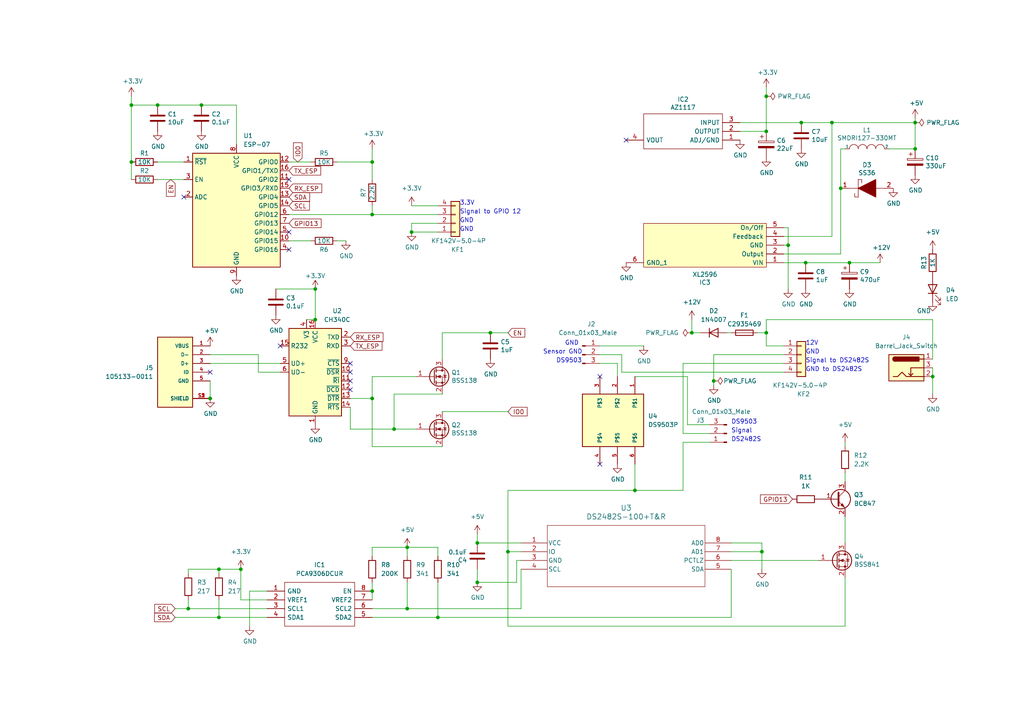
<source format=kicad_sch>
(kicad_sch (version 20230121) (generator eeschema)
  (paper "A4")
  (title_block (title "Temperature Monitor 13") (date "2023-09-21"))
  (lib_symbols
    (symbol "Connector:Barrel_Jack_Switch" (pin_names hide)
      (property "Reference" "J" (at 0 5.334 0))
      (property "Value" "Barrel_Jack_Switch" (at 0 -5.08 0))
      (symbol "Barrel_Jack_Switch_0_1"
        (rectangle (start -5.08 3.81) (end 5.08 -3.81) (stroke (width 0.254)) (fill (type background)))
        (arc (start -3.302 3.175) (mid -3.9343 2.54) (end -3.302 1.905) (stroke (width 0.254)))
        (arc (start -3.302 3.175) (mid -3.9343 2.54) (end -3.302 1.905) (stroke (width 0.254)) (fill (type outline)))
        (polyline (pts (xy 1.27 -2.286) (xy 1.905 -1.651)) (stroke (width 0.254)))
        (polyline (pts (xy 5.08 2.54) (xy 3.81 2.54)) (stroke (width 0.254)))
        (polyline (pts (xy 5.08 0) (xy 1.27 0) (xy 1.27 -2.286) (xy 0.635 -1.651)) (stroke (width 0.254)))
        (polyline (pts (xy -3.81 -2.54) (xy -2.54 -2.54) (xy -1.27 -1.27) (xy 0 -2.54) (xy 2.54 -2.54) (xy 5.08 -2.54)) (stroke (width 0.254)))
        (rectangle (start 3.683 3.175) (end -3.302 1.905) (stroke (width 0.254)) (fill (type outline)))
      )
      (symbol "Barrel_Jack_Switch_1_1"
        (pin passive line (at 7.62 2.54 180) (length 2.54) (name "~") (number "1"))
        (pin passive line (at 7.62 -2.54 180) (length 2.54) (name "~") (number "2"))
        (pin passive line (at 7.62 0 180) (length 2.54) (name "~") (number "3"))
      )
    )
    (symbol "Connector:Conn_01x03_Pin" (pin_names (offset 1.016) hide)
      (property "Reference" "J" (at 0 5.08 0))
      (property "Value" "Conn_01x03_Pin" (at 0 -5.08 0))
      (symbol "Conn_01x03_Pin_1_1"
        (polyline (pts (xy 1.27 -2.54) (xy 0.8636 -2.54)) (stroke (width 0.1524)))
        (polyline (pts (xy 1.27 0) (xy 0.8636 0)) (stroke (width 0.1524)))
        (polyline (pts (xy 1.27 2.54) (xy 0.8636 2.54)) (stroke (width 0.1524)))
        (rectangle (start 0.8636 -2.413) (end 0 -2.667) (stroke (width 0.1524)) (fill (type outline)))
        (rectangle (start 0.8636 0.127) (end 0 -0.127) (stroke (width 0.1524)) (fill (type outline)))
        (rectangle (start 0.8636 2.667) (end 0 2.413) (stroke (width 0.1524)) (fill (type outline)))
        (pin passive line (at 5.08 2.54 180) (length 3.81) (name "Pin_1") (number "1"))
        (pin passive line (at 5.08 0 180) (length 3.81) (name "Pin_2") (number "2"))
        (pin passive line (at 5.08 -2.54 180) (length 3.81) (name "Pin_3") (number "3"))
      )
    )
    (symbol "Connector_Generic:Conn_01x04" (pin_names (offset 1.016) hide)
      (property "Reference" "J" (at 0 5.08 0))
      (property "Value" "Conn_01x04" (at 0 -7.62 0))
      (symbol "Conn_01x04_1_1"
        (rectangle (start -1.27 -4.953) (end 0 -5.207) (stroke (width 0.1524)))
        (rectangle (start -1.27 -2.413) (end 0 -2.667) (stroke (width 0.1524)))
        (rectangle (start -1.27 0.127) (end 0 -0.127) (stroke (width 0.1524)))
        (rectangle (start -1.27 2.667) (end 0 2.413) (stroke (width 0.1524)))
        (rectangle (start -1.27 3.81) (end 1.27 -6.35) (stroke (width 0.254)) (fill (type background)))
        (pin passive line (at -5.08 2.54 0) (length 3.81) (name "Pin_1") (number "1"))
        (pin passive line (at -5.08 0 0) (length 3.81) (name "Pin_2") (number "2"))
        (pin passive line (at -5.08 -2.54 0) (length 3.81) (name "Pin_3") (number "3"))
        (pin passive line (at -5.08 -5.08 0) (length 3.81) (name "Pin_4") (number "4"))
      )
    )
    (symbol "Device:C" (pin_numbers hide) (pin_names (offset 0.254))
      (property "Reference" "C" (at 0.635 2.54 0))
      (property "Value" "C" (at 0.635 -2.54 0))
      (symbol "C_0_1"
        (polyline (pts (xy -2.032 -0.762) (xy 2.032 -0.762)) (stroke (width 0.508)))
        (polyline (pts (xy -2.032 0.762) (xy 2.032 0.762)) (stroke (width 0.508)))
      )
      (symbol "C_1_1"
        (pin passive line (at 0 3.81 270) (length 2.794) (name "~") (number "1"))
        (pin passive line (at 0 -3.81 90) (length 2.794) (name "~") (number "2"))
      )
    )
    (symbol "Device:C_Polarized" (pin_numbers hide) (pin_names (offset 0.254))
      (property "Reference" "C" (at 0.635 2.54 0))
      (property "Value" "C_Polarized" (at 0.635 -2.54 0))
      (symbol "C_Polarized_0_1"
        (rectangle (start -2.286 0.508) (end 2.286 1.016))
        (polyline (pts (xy -1.778 2.286) (xy -0.762 2.286)))
        (polyline (pts (xy -1.27 2.794) (xy -1.27 1.778)))
        (rectangle (start 2.286 -0.508) (end -2.286 -1.016) (fill (type outline)))
      )
      (symbol "C_Polarized_1_1"
        (pin passive line (at 0 3.81 270) (length 2.794) (name "~") (number "1"))
        (pin passive line (at 0 -3.81 90) (length 2.794) (name "~") (number "2"))
      )
    )
    (symbol "Device:D" (pin_numbers hide) (pin_names (offset 1.016) hide)
      (property "Reference" "D" (at 0 2.54 0))
      (property "Value" "D" (at 0 -2.54 0))
      (symbol "D_0_1"
        (polyline (pts (xy -1.27 1.27) (xy -1.27 -1.27)) (stroke (width 0.254)))
        (polyline (pts (xy 1.27 0) (xy -1.27 0)))
        (polyline (pts (xy 1.27 1.27) (xy 1.27 -1.27) (xy -1.27 0) (xy 1.27 1.27)) (stroke (width 0.254)))
      )
      (symbol "D_1_1"
        (pin passive line (at -3.81 0 0) (length 2.54) (name "K") (number "1"))
        (pin passive line (at 3.81 0 180) (length 2.54) (name "A") (number "2"))
      )
    )
    (symbol "Device:Fuse" (pin_numbers hide) (pin_names (offset 0))
      (property "Reference" "F" (at 2.032 0 90))
      (property "Value" "Fuse" (at -1.905 0 90))
      (symbol "Fuse_0_1"
        (rectangle (start -0.762 -2.54) (end 0.762 2.54) (stroke (width 0.254)))
        (polyline (pts (xy 0 2.54) (xy 0 -2.54)))
      )
      (symbol "Fuse_1_1"
        (pin passive line (at 0 3.81 270) (length 1.27) (name "~") (number "1"))
        (pin passive line (at 0 -3.81 90) (length 1.27) (name "~") (number "2"))
      )
    )
    (symbol "Device:LED" (pin_numbers hide) (pin_names (offset 1.016) hide)
      (property "Reference" "D" (at 0 2.54 0))
      (property "Value" "LED" (at 0 -2.54 0))
      (symbol "LED_0_1"
        (polyline (pts (xy -1.27 -1.27) (xy -1.27 1.27)) (stroke (width 0.254)))
        (polyline (pts (xy -1.27 0) (xy 1.27 0)))
        (polyline (pts (xy 1.27 -1.27) (xy 1.27 1.27) (xy -1.27 0) (xy 1.27 -1.27)) (stroke (width 0.254)))
        (polyline (pts (xy -3.048 -0.762) (xy -4.572 -2.286) (xy -3.81 -2.286) (xy -4.572 -2.286) (xy -4.572 -1.524)))
        (polyline (pts (xy -1.778 -0.762) (xy -3.302 -2.286) (xy -2.54 -2.286) (xy -3.302 -2.286) (xy -3.302 -1.524)))
      )
      (symbol "LED_1_1"
        (pin passive line (at -3.81 0 0) (length 2.54) (name "K") (number "1"))
        (pin passive line (at 3.81 0 180) (length 2.54) (name "A") (number "2"))
      )
    )
    (symbol "Device:R" (pin_numbers hide) (pin_names (offset 0))
      (property "Reference" "R" (at 2.032 0 90))
      (property "Value" "R" (at 0 0 90))
      (symbol "R_0_1"
        (rectangle (start -1.016 -2.54) (end 1.016 2.54) (stroke (width 0.254)))
      )
      (symbol "R_1_1"
        (pin passive line (at 0 3.81 270) (length 1.27) (name "~") (number "1"))
        (pin passive line (at 0 -3.81 90) (length 1.27) (name "~") (number "2"))
      )
    )
    (symbol "Interface_USB:CH340C"
      (property "Reference" "U" (at -5.08 13.97 0))
      (property "Value" "CH340C" (at 1.27 13.97 0))
      (symbol "CH340C_0_1"
        (rectangle (start -7.62 12.7) (end 7.62 -12.7) (stroke (width 0.254)) (fill (type background)))
      )
      (symbol "CH340C_1_1"
        (pin power_in line (at 0 -15.24 90) (length 2.54) (name "GND") (number "1"))
        (pin input line (at 10.16 0 180) (length 2.54) (name "~{DSR}") (number "10"))
        (pin input line (at 10.16 -2.54 180) (length 2.54) (name "~{RI}") (number "11"))
        (pin input line (at 10.16 -5.08 180) (length 2.54) (name "~{DCD}") (number "12"))
        (pin output line (at 10.16 -7.62 180) (length 2.54) (name "~{DTR}") (number "13"))
        (pin output line (at 10.16 -10.16 180) (length 2.54) (name "~{RTS}") (number "14"))
        (pin input line (at -10.16 7.62 0) (length 2.54) (name "R232") (number "15"))
        (pin power_in line (at 0 15.24 270) (length 2.54) (name "VCC") (number "16"))
        (pin output line (at 10.16 10.16 180) (length 2.54) (name "TXD") (number "2"))
        (pin input line (at 10.16 7.62 180) (length 2.54) (name "RXD") (number "3"))
        (pin passive line (at -2.54 15.24 270) (length 2.54) (name "V3") (number "4"))
        (pin bidirectional line (at -10.16 2.54 0) (length 2.54) (name "UD+") (number "5"))
        (pin bidirectional line (at -10.16 0 0) (length 2.54) (name "UD-") (number "6"))
        (pin no_connect line (at -7.62 -7.62 0) (length 2.54) hide (name "NC") (number "7"))
        (pin no_connect line (at -7.62 -10.16 0) (length 2.54) hide (name "NC") (number "8"))
        (pin input line (at 10.16 2.54 180) (length 2.54) (name "~{CTS}") (number "9"))
      )
    )
    (symbol "MyLib:105133-0011" (pin_names (offset 1.016))
      (property "Reference" "J" (at -5.08 10.6934 0))
      (property "Value" "105133-0011" (at -5.1054 -12.7254 0))
      (symbol "105133-0011_0_0"
        (rectangle (start -5.08 -10.16) (end 5.08 10.16) (stroke (width 0.254)) (fill (type background)))
        (pin passive line (at -10.16 7.62 0) (length 5.08) (name "VBUS") (number "1"))
        (pin passive line (at -10.16 5.08 0) (length 5.08) (name "D-") (number "2"))
        (pin passive line (at -10.16 2.54 0) (length 5.08) (name "D+") (number "3"))
        (pin passive line (at -10.16 0 0) (length 5.08) (name "ID") (number "4"))
        (pin passive line (at -10.16 -2.54 0) (length 5.08) (name "GND") (number "5"))
        (pin passive line (at -10.16 -7.62 0) (length 5.08) (name "SHIELD") (number "S1"))
        (pin passive line (at -10.16 -7.62 0) (length 5.08) (name "SHIELD") (number "S2"))
        (pin passive line (at -10.16 -7.62 0) (length 5.08) (name "SHIELD") (number "S3"))
      )
    )
    (symbol "MyLib:AZ1117CH-3.3TRG1" (pin_names (offset 0.762))
      (property "Reference" "IC" (at 29.21 7.62 0))
      (property "Value" "AZ1117CH-3.3TRG1" (at 29.21 5.08 0))
      (symbol "AZ1117CH-3.3TRG1_0_0"
        (pin passive line (at 0 0 0) (length 5.08) (name "ADJ/GND") (number "1"))
        (pin passive line (at 0 -2.54 0) (length 5.08) (name "OUTPUT") (number "2"))
        (pin passive line (at 0 -5.08 0) (length 5.08) (name "INPUT") (number "3"))
        (pin passive line (at 33.02 0 180) (length 5.08) (name "VOUT") (number "4"))
      )
      (symbol "AZ1117CH-3.3TRG1_0_1"
        (polyline (pts (xy 5.08 2.54) (xy 27.94 2.54) (xy 27.94 -7.62) (xy 5.08 -7.62) (xy 5.08 2.54)) (stroke (width 0.1524)))
      )
    )
    (symbol "MyLib:DS2482S-100+T&R" (pin_names (offset 0.254))
      (property "Reference" "U" (at 30.48 10.16 0))
      (property "Value" "DS2482S-100+T&R" (at 30.48 7.62 0))
      (symbol "DS2482S-100+T&R_0_1"
        (polyline (pts (xy 7.62 -12.7) (xy 53.34 -12.7)) (stroke (width 0.127)))
        (polyline (pts (xy 7.62 5.08) (xy 7.62 -12.7)) (stroke (width 0.127)))
        (polyline (pts (xy 53.34 -12.7) (xy 53.34 5.08)) (stroke (width 0.127)))
        (polyline (pts (xy 53.34 5.08) (xy 7.62 5.08)) (stroke (width 0.127)))
        (pin power_in line (at 0 0 0) (length 7.62) (name "VCC") (number "1"))
        (pin passive line (at 0 -2.54 0) (length 7.62) (name "IO") (number "2"))
        (pin passive line (at 0 -5.08 0) (length 7.62) (name "GND") (number "3"))
        (pin input line (at 0 -7.62 0) (length 7.62) (name "SCL") (number "4"))
        (pin passive line (at 60.96 -7.62 180) (length 7.62) (name "SDA") (number "5"))
        (pin output line (at 60.96 -5.08 180) (length 7.62) (name "PCTLZ") (number "6"))
        (pin input line (at 60.96 -2.54 180) (length 7.62) (name "AD1") (number "7"))
        (pin input line (at 60.96 0 180) (length 7.62) (name "AD0") (number "8"))
      )
    )
    (symbol "MyLib:DS9503P" (pin_names (offset 1.016))
      (property "Reference" "U" (at 0 0 0))
      (property "Value" "DS9503P" (at 0 0 0))
      (symbol "DS9503P_0_0"
        (rectangle (start -7.62 -10.16) (end 7.62 7.62) (stroke (width 0.254)) (fill (type background)))
        (pin bidirectional line (at -12.7 5.08 0) (length 5.08) (name "P$1") (number "1"))
        (pin bidirectional line (at -12.7 0 0) (length 5.08) (name "P$2") (number "2"))
        (pin bidirectional line (at -12.7 -5.08 0) (length 5.08) (name "P$3") (number "3"))
        (pin bidirectional line (at 12.7 -5.08 180) (length 5.08) (name "P$4") (number "4"))
        (pin passive line (at 12.7 0 180) (length 5.08) (name "P$5") (number "5"))
        (pin bidirectional line (at 12.7 5.08 180) (length 5.08) (name "P$6") (number "6"))
      )
    )
    (symbol "MyLib:INDUCTOR" (pin_numbers hide) (pin_names (offset 0))
      (property "Reference" "L1" (at 0 5.461 0))
      (property "Value" "SMDRI127-330MT" (at 0 3.1496 0))
      (symbol "INDUCTOR_0_1"
        (arc (start -2.54 0) (mid -3.81 1.2645) (end -5.08 0))
        (arc (start 0 0) (mid -1.27 1.2645) (end -2.54 0))
        (arc (start 2.54 0) (mid 1.27 1.2645) (end 0 0))
        (arc (start 5.08 0) (mid 3.81 1.2645) (end 2.54 0))
      )
      (symbol "INDUCTOR_1_1"
        (pin input line (at -6.35 0 0) (length 1.27) (name "1") (number "1"))
        (pin input line (at 6.35 0 180) (length 1.27) (name "2") (number "2"))
      )
    )
    (symbol "MyLib:PCA9306DCUR" (pin_names (offset 0.762))
      (property "Reference" "IC" (at 26.67 7.62 0))
      (property "Value" "PCA9306DCUR" (at 26.67 5.08 0))
      (symbol "PCA9306DCUR_0_0"
        (pin passive line (at 0 0 0) (length 5.08) (name "GND") (number "1"))
        (pin passive line (at 0 -2.54 0) (length 5.08) (name "VREF1") (number "2"))
        (pin passive line (at 0 -5.08 0) (length 5.08) (name "SCL1") (number "3"))
        (pin passive line (at 0 -7.62 0) (length 5.08) (name "SDA1") (number "4"))
        (pin passive line (at 30.48 -7.62 180) (length 5.08) (name "SDA2") (number "5"))
        (pin passive line (at 30.48 -5.08 180) (length 5.08) (name "SCL2") (number "6"))
        (pin passive line (at 30.48 -2.54 180) (length 5.08) (name "VREF2") (number "7"))
        (pin passive line (at 30.48 0 180) (length 5.08) (name "EN") (number "8"))
      )
      (symbol "PCA9306DCUR_0_1"
        (polyline (pts (xy 5.08 2.54) (xy 25.4 2.54) (xy 25.4 -10.16) (xy 5.08 -10.16) (xy 5.08 2.54)) (stroke (width 0.1524)))
      )
    )
    (symbol "MyLib:SS36" (pin_names (offset 0.762))
      (property "Reference" "D3" (at 10.16 6.7818 0))
      (property "Value" "SS36" (at 10.16 4.4704 0))
      (symbol "SS36_0_0"
        (pin passive line (at 2.54 0 0) (length 2.54) (name "~") (number "1"))
        (pin passive line (at 17.78 0 180) (length 2.54) (name "~") (number "2"))
      )
      (symbol "SS36_0_1"
        (polyline (pts (xy 5.08 0) (xy 7.62 0)) (stroke (width 0.1524)))
        (polyline (pts (xy 7.62 2.54) (xy 7.62 -2.54)) (stroke (width 0.1524)))
        (polyline (pts (xy 12.7 0) (xy 15.24 0)) (stroke (width 0.1524)))
        (polyline (pts (xy 7.62 -2.54) (xy 6.604 -2.54) (xy 6.604 -1.524)) (stroke (width 0.1524)))
        (polyline (pts (xy 7.62 2.54) (xy 8.636 2.54) (xy 8.636 1.524)) (stroke (width 0.1524)))
        (polyline (pts (xy 7.62 0) (xy 12.7 2.54) (xy 12.7 -2.54) (xy 7.62 0)) (stroke (width 0.254)) (fill (type outline)))
      )
    )
    (symbol "MyLib:XL2596" (pin_names (offset 0.762))
      (property "Reference" "IC3" (at 22.86 5.715 0))
      (property "Value" "XL2596" (at 22.86 3.4036 0))
      (symbol "XL2596_0_0"
        (pin input line (at 0 0 0) (length 5.08) (name "VIN") (number "1"))
        (pin output line (at 0 -2.54 0) (length 5.08) (name "Output") (number "2"))
        (pin input line (at 0 -5.08 0) (length 5.08) (name "GND") (number "3"))
        (pin input line (at 0 -7.62 0) (length 5.08) (name "Feedback") (number "4"))
        (pin passive line (at 0 -10.16 0) (length 5.08) (name "On/Off") (number "5"))
        (pin input line (at 45.72 0 180) (length 5.08) (name "GND_1") (number "6"))
      )
      (symbol "XL2596_0_1"
        (rectangle (start 5.08 1.27) (end 40.64 -11.43) (fill (type background)))
      )
    )
    (symbol "RF_Module:ESP-07"
      (property "Reference" "U" (at -12.7 19.05 0))
      (property "Value" "ESP-07" (at 12.7 19.05 0))
      (symbol "ESP-07_0_1"
        (rectangle (start -12.7 17.78) (end 12.7 -15.24) (stroke (width 0.254)) (fill (type background)))
      )
      (symbol "ESP-07_1_1"
        (pin input line (at -15.24 15.24 0) (length 2.54) (name "~{RST}") (number "1"))
        (pin bidirectional line (at 15.24 -7.62 180) (length 2.54) (name "GPIO15") (number "10"))
        (pin bidirectional line (at 15.24 10.16 180) (length 2.54) (name "GPIO2") (number "11"))
        (pin bidirectional line (at 15.24 15.24 180) (length 2.54) (name "GPIO0") (number "12"))
        (pin bidirectional line (at 15.24 5.08 180) (length 2.54) (name "GPIO4") (number "13"))
        (pin bidirectional line (at 15.24 2.54 180) (length 2.54) (name "GPIO5") (number "14"))
        (pin bidirectional line (at 15.24 7.62 180) (length 2.54) (name "GPIO3/RXD") (number "15"))
        (pin bidirectional line (at 15.24 12.7 180) (length 2.54) (name "GPIO1/TXD") (number "16"))
        (pin input line (at -15.24 5.08 0) (length 2.54) (name "ADC") (number "2"))
        (pin input line (at -15.24 10.16 0) (length 2.54) (name "EN") (number "3"))
        (pin bidirectional line (at 15.24 -10.16 180) (length 2.54) (name "GPIO16") (number "4"))
        (pin bidirectional line (at 15.24 -5.08 180) (length 2.54) (name "GPIO14") (number "5"))
        (pin bidirectional line (at 15.24 0 180) (length 2.54) (name "GPIO12") (number "6"))
        (pin bidirectional line (at 15.24 -2.54 180) (length 2.54) (name "GPIO13") (number "7"))
        (pin power_in line (at 0 20.32 270) (length 2.54) (name "VCC") (number "8"))
        (pin power_in line (at 0 -17.78 90) (length 2.54) (name "GND") (number "9"))
      )
    )
    (symbol "Transistor_BJT:BC847" (pin_names (offset 0) hide)
      (property "Reference" "Q" (at 5.08 1.905 0))
      (property "Value" "BC847" (at 5.08 0 0))
      (symbol "BC847_0_1"
        (polyline (pts (xy 0.635 0.635) (xy 2.54 2.54)))
        (polyline (pts (xy 0.635 -0.635) (xy 2.54 -2.54) (xy 2.54 -2.54)))
        (polyline (pts (xy 0.635 1.905) (xy 0.635 -1.905) (xy 0.635 -1.905)) (stroke (width 0.508)))
        (polyline (pts (xy 1.27 -1.778) (xy 1.778 -1.27) (xy 2.286 -2.286) (xy 1.27 -1.778) (xy 1.27 -1.778)) (fill (type outline)))
        (circle (center 1.27 0) (radius 2.8194) (stroke (width 0.254)))
      )
      (symbol "BC847_1_1"
        (pin input line (at -5.08 0 0) (length 5.715) (name "B") (number "1"))
        (pin passive line (at 2.54 -5.08 90) (length 2.54) (name "E") (number "2"))
        (pin passive line (at 2.54 5.08 270) (length 2.54) (name "C") (number "3"))
      )
    )
    (symbol "Transistor_FET:BSS138" (pin_names hide)
      (property "Reference" "Q" (at 5.08 1.905 0))
      (property "Value" "BSS138" (at 5.08 0 0))
      (symbol "BSS138_0_1"
        (polyline (pts (xy 0.254 0) (xy -2.54 0)))
        (polyline (pts (xy 0.254 1.905) (xy 0.254 -1.905)) (stroke (width 0.254)))
        (polyline (pts (xy 0.762 -1.27) (xy 0.762 -2.286)) (stroke (width 0.254)))
        (polyline (pts (xy 0.762 0.508) (xy 0.762 -0.508)) (stroke (width 0.254)))
        (polyline (pts (xy 0.762 2.286) (xy 0.762 1.27)) (stroke (width 0.254)))
        (polyline (pts (xy 2.54 2.54) (xy 2.54 1.778)))
        (polyline (pts (xy 2.54 -2.54) (xy 2.54 0) (xy 0.762 0)))
        (polyline (pts (xy 0.762 -1.778) (xy 3.302 -1.778) (xy 3.302 1.778) (xy 0.762 1.778)))
        (polyline (pts (xy 1.016 0) (xy 2.032 0.381) (xy 2.032 -0.381) (xy 1.016 0)) (fill (type outline)))
        (polyline (pts (xy 2.794 0.508) (xy 2.921 0.381) (xy 3.683 0.381) (xy 3.81 0.254)))
        (polyline (pts (xy 3.302 0.381) (xy 2.921 -0.254) (xy 3.683 -0.254) (xy 3.302 0.381)))
        (circle (center 1.651 0) (radius 2.794) (stroke (width 0.254)))
        (circle (center 2.54 -1.778) (radius 0.254) (fill (type outline)))
        (circle (center 2.54 1.778) (radius 0.254) (fill (type outline)))
      )
      (symbol "BSS138_1_1"
        (pin input line (at -5.08 0 0) (length 2.54) (name "G") (number "1"))
        (pin passive line (at 2.54 -5.08 90) (length 2.54) (name "S") (number "2"))
        (pin passive line (at 2.54 5.08 270) (length 2.54) (name "D") (number "3"))
      )
    )
    (symbol "power:+12V" (power) (pin_names (offset 0))
      (property "Value" "+12V" (at 0 3.556 0))
      (symbol "+12V_0_1"
        (polyline (pts (xy -0.762 1.27) (xy 0 2.54)))
        (polyline (pts (xy 0 0) (xy 0 2.54)))
        (polyline (pts (xy 0 2.54) (xy 0.762 1.27)))
      )
      (symbol "+12V_1_1"
        (pin power_in line (at 0 0 90) (length 0) hide (name "+12V") (number "1"))
      )
    )
    (symbol "power:+3.3V" (power) (pin_names (offset 0))
      (property "Value" "+3.3V" (at 0 3.556 0))
      (symbol "+3.3V_0_1"
        (polyline (pts (xy -0.762 1.27) (xy 0 2.54)))
        (polyline (pts (xy 0 0) (xy 0 2.54)))
        (polyline (pts (xy 0 2.54) (xy 0.762 1.27)))
      )
      (symbol "+3.3V_1_1"
        (pin power_in line (at 0 0 90) (length 0) hide (name "+3.3V") (number "1"))
      )
    )
    (symbol "power:+5V" (power) (pin_names (offset 0))
      (property "Value" "+5V" (at 0 3.556 0))
      (symbol "+5V_0_1"
        (polyline (pts (xy -0.762 1.27) (xy 0 2.54)))
        (polyline (pts (xy 0 0) (xy 0 2.54)))
        (polyline (pts (xy 0 2.54) (xy 0.762 1.27)))
      )
      (symbol "+5V_1_1"
        (pin power_in line (at 0 0 90) (length 0) hide (name "+5V") (number "1"))
      )
    )
    (symbol "power:GND" (power) (pin_names (offset 0))
      (property "Value" "GND" (at 0 -3.81 0))
      (symbol "GND_0_1"
        (polyline (pts (xy 0 0) (xy 0 -1.27) (xy 1.27 -1.27) (xy 0 -2.54) (xy -1.27 -1.27) (xy 0 -1.27)))
      )
      (symbol "GND_1_1"
        (pin power_in line (at 0 0 270) (length 0) hide (name "GND") (number "1"))
      )
    )
    (symbol "power:PWR_FLAG" (power) (pin_numbers hide) (pin_names (offset 0) hide)
      (property "Value" "PWR_FLAG" (at 0 3.81 0))
      (symbol "PWR_FLAG_0_0"
        (pin power_out line (at 0 0 90) (length 0) (name "pwr") (number "1"))
      )
      (symbol "PWR_FLAG_0_1"
        (polyline (pts (xy 0 0) (xy 0 1.27) (xy -1.016 1.905) (xy 0 2.54) (xy 1.016 1.905) (xy 0 1.27)))
      )
    )
  )
  (junction (at 233.68 76.2))
  (junction (at 63.5 165.1))
  (junction (at 222.25 27.94))
  (junction (at 69.85 165.1))
  (junction (at 222.25 96.52))
  (junction (at 127 179.07))
  (junction (at 265.43 35.56))
  (junction (at 232.41 35.56))
  (junction (at 142.24 96.52))
  (junction (at 200.66 96.52))
  (junction (at 58.42 30.48))
  (junction (at 243.84 54.61))
  (junction (at 91.44 92.71))
  (junction (at 207.01 110.49))
  (junction (at 54.61 176.53))
  (junction (at 246.38 76.2))
  (junction (at 119.38 67.31))
  (junction (at 107.95 62.23))
  (junction (at 107.95 46.99))
  (junction (at 45.72 30.48))
  (junction (at 228.6 71.12))
  (junction (at 118.11 158.75))
  (junction (at 138.43 157.48))
  (junction (at 63.5 179.07))
  (junction (at 38.1 30.48))
  (junction (at 147.32 160.02))
  (junction (at 220.98 160.02))
  (junction (at 38.1 46.99))
  (junction (at 114.3 124.46))
  (junction (at 184.15 142.24))
  (junction (at 241.3 35.56))
  (junction (at 270.51 109.22))
  (junction (at 265.43 43.18))
  (junction (at 138.43 168.91))
  (junction (at 107.95 115.57))
  (junction (at 60.96 115.57))
  (junction (at 222.25 38.1))
  (junction (at 118.11 176.53))
  (junction (at 91.44 83.82))
  (junction (at 107.95 171.45))
  (no_connect (at 81.28 100.33))
  (no_connect (at 83.82 72.39))
  (no_connect (at 101.6 105.41))
  (no_connect (at 173.99 109.22))
  (no_connect (at 173.99 134.62))
  (no_connect (at 181.61 40.64))
  (no_connect (at 60.96 107.95))
  (no_connect (at 101.6 107.95))
  (no_connect (at 101.6 110.49))
  (no_connect (at 101.6 113.03))
  (no_connect (at 53.34 57.15))
  (no_connect (at 83.82 67.31))
  (no_connect (at 83.82 52.07))
  (wire (pts (xy 107.95 168.91) (xy 107.95 171.45)))
  (wire (pts (xy 180.34 102.87) (xy 173.99 102.87)))
  (wire (pts (xy 63.5 179.07) (xy 77.47 179.07)))
  (wire (pts (xy 184.15 109.22) (xy 199.39 109.22)))
  (wire (pts (xy 118.11 158.75) (xy 127 158.75)))
  (wire (pts (xy 127 158.75) (xy 127 161.29)))
  (wire (pts (xy 227.33 105.41) (xy 198.12 105.41)))
  (wire (pts (xy 203.2 96.52) (xy 200.66 96.52)))
  (wire (pts (xy 147.32 181.61) (xy 147.32 160.02)))
  (wire (pts (xy 107.95 171.45) (xy 107.95 173.99)))
  (wire (pts (xy 80.01 83.82) (xy 91.44 83.82)))
  (wire (pts (xy 184.15 142.24) (xy 198.12 142.24)))
  (wire (pts (xy 207.01 110.49) (xy 207.01 111.76)))
  (wire (pts (xy 38.1 46.99) (xy 38.1 52.07)))
  (wire (pts (xy 212.09 162.56) (xy 237.49 162.56)))
  (wire (pts (xy 60.96 105.41) (xy 81.28 105.41)))
  (wire (pts (xy 219.71 96.52) (xy 222.25 96.52)))
  (wire (pts (xy 38.1 30.48) (xy 38.1 46.99)))
  (wire (pts (xy 63.5 165.1) (xy 63.5 166.37)))
  (wire (pts (xy 38.1 30.48) (xy 38.1 27.94)))
  (wire (pts (xy 149.86 162.56) (xy 149.86 168.91)))
  (wire (pts (xy 63.5 173.99) (xy 63.5 179.07)))
  (wire (pts (xy 107.95 176.53) (xy 118.11 176.53)))
  (wire (pts (xy 118.11 176.53) (xy 151.13 176.53)))
  (wire (pts (xy 212.09 179.07) (xy 212.09 165.1)))
  (wire (pts (xy 265.43 43.18) (xy 265.43 35.56)))
  (wire (pts (xy 107.95 46.99) (xy 107.95 52.07)))
  (wire (pts (xy 198.12 128.27) (xy 205.74 128.27)))
  (wire (pts (xy 151.13 165.1) (xy 151.13 176.53)))
  (wire (pts (xy 199.39 123.19) (xy 205.74 123.19)))
  (wire (pts (xy 265.43 35.56) (xy 241.3 35.56)))
  (wire (pts (xy 74.93 107.95) (xy 81.28 107.95)))
  (wire (pts (xy 50.8 179.07) (xy 63.5 179.07)))
  (wire (pts (xy 245.11 149.86) (xy 245.11 157.48)))
  (wire (pts (xy 97.79 46.99) (xy 107.95 46.99)))
  (wire (pts (xy 107.95 62.23) (xy 127 62.23)))
  (wire (pts (xy 91.44 92.71) (xy 88.9 92.71)))
  (wire (pts (xy 147.32 160.02) (xy 147.32 142.24)))
  (wire (pts (xy 270.51 92.71) (xy 222.25 92.71)))
  (wire (pts (xy 220.98 160.02) (xy 220.98 165.1)))
  (wire (pts (xy 149.86 162.56) (xy 151.13 162.56)))
  (wire (pts (xy 180.34 107.95) (xy 180.34 102.87)))
  (wire (pts (xy 54.61 165.1) (xy 54.61 166.37)))
  (wire (pts (xy 227.33 71.12) (xy 228.6 71.12)))
  (wire (pts (xy 147.32 119.38) (xy 128.27 119.38)))
  (wire (pts (xy 147.32 142.24) (xy 184.15 142.24)))
  (wire (pts (xy 222.25 92.71) (xy 222.25 96.52)))
  (wire (pts (xy 255.27 76.2) (xy 246.38 76.2)))
  (wire (pts (xy 119.38 67.31) (xy 127 67.31)))
  (wire (pts (xy 60.96 102.87) (xy 74.93 102.87)))
  (wire (pts (xy 265.43 35.56) (xy 265.43 34.29)))
  (wire (pts (xy 118.11 168.91) (xy 118.11 176.53)))
  (wire (pts (xy 77.47 171.45) (xy 72.39 171.45)))
  (wire (pts (xy 232.41 35.56) (xy 241.3 35.56)))
  (wire (pts (xy 246.38 76.2) (xy 233.68 76.2)))
  (wire (pts (xy 228.6 71.12) (xy 228.6 83.82)))
  (wire (pts (xy 173.99 105.41) (xy 179.07 105.41)))
  (wire (pts (xy 245.11 167.64) (xy 245.11 181.61)))
  (wire (pts (xy 179.07 105.41) (xy 179.07 109.22)))
  (wire (pts (xy 107.95 115.57) (xy 107.95 129.54)))
  (wire (pts (xy 233.68 76.2) (xy 227.33 76.2)))
  (wire (pts (xy 184.15 134.62) (xy 184.15 142.24)))
  (wire (pts (xy 83.82 69.85) (xy 90.17 69.85)))
  (wire (pts (xy 138.43 165.1) (xy 138.43 168.91)))
  (wire (pts (xy 74.93 102.87) (xy 74.93 107.95)))
  (wire (pts (xy 212.09 96.52) (xy 210.82 96.52)))
  (wire (pts (xy 107.95 158.75) (xy 118.11 158.75)))
  (wire (pts (xy 227.33 73.66) (xy 243.84 73.66)))
  (wire (pts (xy 128.27 129.54) (xy 107.95 129.54)))
  (wire (pts (xy 243.84 43.18) (xy 245.11 43.18)))
  (wire (pts (xy 68.58 30.48) (xy 68.58 41.91)))
  (wire (pts (xy 245.11 137.16) (xy 245.11 139.7)))
  (wire (pts (xy 212.09 160.02) (xy 220.98 160.02)))
  (wire (pts (xy 199.39 109.22) (xy 199.39 123.19)))
  (wire (pts (xy 83.82 62.23) (xy 107.95 62.23)))
  (wire (pts (xy 127 179.07) (xy 212.09 179.07)))
  (wire (pts (xy 50.8 176.53) (xy 54.61 176.53)))
  (wire (pts (xy 222.25 96.52) (xy 222.25 100.33)))
  (wire (pts (xy 119.38 64.77) (xy 119.38 67.31)))
  (wire (pts (xy 128.27 96.52) (xy 142.24 96.52)))
  (wire (pts (xy 222.25 25.4) (xy 222.25 27.94)))
  (wire (pts (xy 69.85 165.1) (xy 63.5 165.1)))
  (wire (pts (xy 270.51 109.22) (xy 270.51 114.3)))
  (wire (pts (xy 107.95 161.29) (xy 107.95 158.75)))
  (wire (pts (xy 45.72 30.48) (xy 38.1 30.48)))
  (wire (pts (xy 243.84 73.66) (xy 243.84 54.61)))
  (wire (pts (xy 173.99 100.33) (xy 186.69 100.33)))
  (wire (pts (xy 147.32 160.02) (xy 151.13 160.02)))
  (wire (pts (xy 69.85 173.99) (xy 69.85 165.1)))
  (wire (pts (xy 118.11 158.75) (xy 118.11 161.29)))
  (wire (pts (xy 149.86 168.91) (xy 138.43 168.91)))
  (wire (pts (xy 114.3 114.3) (xy 114.3 124.46)))
  (wire (pts (xy 107.95 109.22) (xy 120.65 109.22)))
  (wire (pts (xy 138.43 154.94) (xy 138.43 157.48)))
  (wire (pts (xy 222.25 100.33) (xy 227.33 100.33)))
  (wire (pts (xy 107.95 59.69) (xy 107.95 62.23)))
  (wire (pts (xy 207.01 102.87) (xy 207.01 110.49)))
  (wire (pts (xy 227.33 68.58) (xy 241.3 68.58)))
  (wire (pts (xy 138.43 157.48) (xy 151.13 157.48)))
  (wire (pts (xy 83.82 46.99) (xy 90.17 46.99)))
  (wire (pts (xy 45.72 52.07) (xy 53.34 52.07)))
  (wire (pts (xy 119.38 59.69) (xy 127 59.69)))
  (wire (pts (xy 120.65 124.46) (xy 114.3 124.46)))
  (wire (pts (xy 227.33 102.87) (xy 207.01 102.87)))
  (wire (pts (xy 72.39 171.45) (xy 72.39 181.61)))
  (wire (pts (xy 128.27 104.14) (xy 128.27 96.52)))
  (wire (pts (xy 63.5 165.1) (xy 54.61 165.1)))
  (wire (pts (xy 214.63 35.56) (xy 232.41 35.56)))
  (wire (pts (xy 107.95 109.22) (xy 107.95 115.57)))
  (wire (pts (xy 54.61 173.99) (xy 54.61 176.53)))
  (wire (pts (xy 54.61 176.53) (xy 77.47 176.53)))
  (wire (pts (xy 107.95 43.18) (xy 107.95 46.99)))
  (wire (pts (xy 101.6 115.57) (xy 107.95 115.57)))
  (wire (pts (xy 119.38 64.77) (xy 127 64.77)))
  (wire (pts (xy 214.63 38.1) (xy 222.25 38.1)))
  (wire (pts (xy 107.95 179.07) (xy 127 179.07)))
  (wire (pts (xy 270.51 104.14) (xy 270.51 92.71)))
  (wire (pts (xy 91.44 83.82) (xy 91.44 92.71)))
  (wire (pts (xy 97.79 69.85) (xy 100.33 69.85)))
  (wire (pts (xy 243.84 54.61) (xy 243.84 43.18)))
  (wire (pts (xy 241.3 68.58) (xy 241.3 35.56)))
  (wire (pts (xy 220.98 157.48) (xy 220.98 160.02)))
  (wire (pts (xy 77.47 173.99) (xy 69.85 173.99)))
  (wire (pts (xy 205.74 125.73) (xy 198.12 125.73)))
  (wire (pts (xy 147.32 96.52) (xy 142.24 96.52)))
  (wire (pts (xy 180.34 107.95) (xy 227.33 107.95)))
  (wire (pts (xy 200.66 96.52) (xy 200.66 92.71)))
  (wire (pts (xy 101.6 124.46) (xy 114.3 124.46)))
  (wire (pts (xy 270.51 106.68) (xy 270.51 109.22)))
  (wire (pts (xy 222.25 27.94) (xy 222.25 38.1)))
  (wire (pts (xy 228.6 71.12) (xy 228.6 66.04)))
  (wire (pts (xy 212.09 157.48) (xy 220.98 157.48)))
  (wire (pts (xy 198.12 125.73) (xy 198.12 105.41)))
  (wire (pts (xy 245.11 128.27) (xy 245.11 129.54)))
  (wire (pts (xy 257.81 43.18) (xy 265.43 43.18)))
  (wire (pts (xy 58.42 30.48) (xy 45.72 30.48)))
  (wire (pts (xy 101.6 124.46) (xy 101.6 118.11)))
  (wire (pts (xy 45.72 46.99) (xy 53.34 46.99)))
  (wire (pts (xy 198.12 142.24) (xy 198.12 128.27)))
  (wire (pts (xy 228.6 66.04) (xy 227.33 66.04)))
  (wire (pts (xy 127 168.91) (xy 127 179.07)))
  (wire (pts (xy 245.11 181.61) (xy 147.32 181.61)))
  (wire (pts (xy 60.96 110.49) (xy 60.96 115.57)))
  (wire (pts (xy 128.27 114.3) (xy 114.3 114.3)))
  (wire (pts (xy 68.58 30.48) (xy 58.42 30.48)))
  (text "Signal to DS2482S" (at 233.68 105.41 0) (effects (font (size 1.27 1.27)) (justify left bottom)))
  (text "Sensor GND" (at 157.48 102.87 0) (effects (font (size 1.27 1.27)) (justify left bottom)))
  (text "GND" (at 163.83 100.33 0) (effects (font (size 1.27 1.27)) (justify left bottom)))
  (text "DS9503" (at 161.29 105.41 0) (effects (font (size 1.27 1.27)) (justify left bottom)))
  (text "DS2482S" (at 212.09 128.27 0) (effects (font (size 1.27 1.27)) (justify left bottom)))
  (text "Signal" (at 212.09 125.73 0) (effects (font (size 1.27 1.27)) (justify left bottom)))
  (text "GND" (at 133.35 67.31 0) (effects (font (size 1.27 1.27)) (justify left bottom)))
  (text "GND" (at 233.68 102.87 0) (effects (font (size 1.27 1.27)) (justify left bottom)))
  (text "GND" (at 133.35 64.77 0) (effects (font (size 1.27 1.27)) (justify left bottom)))
  (text "DS9503" (at 212.09 123.19 0) (effects (font (size 1.27 1.27)) (justify left bottom)))
  (text "12V" (at 233.68 100.33 0) (effects (font (size 1.27 1.27)) (justify left bottom)))
  (text "GND to DS2482S\n" (at 233.68 107.95 0) (effects (font (size 1.27 1.27)) (justify left bottom)))
  (text "Signal to GPIO 12" (at 133.35 62.23 0) (effects (font (size 1.27 1.27)) (justify left bottom)))
  (text "3.3V" (at 133.35 59.69 0) (effects (font (size 1.27 1.27)) (justify left bottom)))
  (global_label "IO0" (shape input) (at 147.32 119.38 0) (property "Intersheetrefs" "${INTERSHEET_REFS}" (effects hide)))
  (global_label "EN" (shape input) (at 49.53 52.07 270) (property "Intersheetrefs" "${INTERSHEET_REFS}" (effects hide)))
  (global_label "EN" (shape input) (at 147.32 96.52 0) (property "Intersheetrefs" "${INTERSHEET_REFS}" (effects hide)))
  (global_label "GPIO13" (shape input) (at 83.82 64.77 0) (property "Intersheetrefs" "${INTERSHEET_REFS}" (effects hide)))
  (global_label "RX_ESP" (shape input) (at 83.82 54.61 0) (property "Intersheetrefs" "${INTERSHEET_REFS}" (effects hide)))
  (global_label "TX_ESP" (shape input) (at 101.6 100.33 0) (property "Intersheetrefs" "${INTERSHEET_REFS}" (effects hide)))
  (global_label "RX_ESP" (shape input) (at 101.6 97.79 0) (property "Intersheetrefs" "${INTERSHEET_REFS}" (effects hide)))
  (global_label "SCL" (shape input) (at 83.82 59.69 0) (property "Intersheetrefs" "${INTERSHEET_REFS}" (effects hide)))
  (global_label "IO0" (shape input) (at 86.36 46.99 90) (property "Intersheetrefs" "${INTERSHEET_REFS}" (effects hide)))
  (global_label "GPIO13" (shape input) (at 229.87 144.78 180) (property "Intersheetrefs" "${INTERSHEET_REFS}" (effects hide)))
  (global_label "SCL" (shape input) (at 50.8 176.53 180) (property "Intersheetrefs" "${INTERSHEET_REFS}" (effects hide)))
  (global_label "SDA" (shape input) (at 83.82 57.15 0) (property "Intersheetrefs" "${INTERSHEET_REFS}" (effects hide)))
  (global_label "TX_ESP" (shape input) (at 83.82 49.53 0) (property "Intersheetrefs" "${INTERSHEET_REFS}" (effects hide)))
  (global_label "SDA" (shape input) (at 50.8 179.07 180) (property "Intersheetrefs" "${INTERSHEET_REFS}" (effects hide)))
  (symbol (lib_id "Device:R") (at 41.91 52.07 270) (unit 1)
    (property "Reference" "R2" (at 41.91 49.53 90))
    (property "Value" "10K" (at 41.91 52.07 90))
    (property "Footprint" "Resistor_SMD:R_0603_1608Metric" (effects hide))
  )
  (symbol (lib_id "Device:LED") (at 270.51 83.82 90) (unit 1)
    (property "Reference" "D4" (at 274.32 84.1374 90) (effects (justify right)))
    (property "Value" "LED" (at 274.32 86.6774 90) (effects (justify right)))
    (property "Footprint" "LED_SMD:LED_0805_2012Metric" (effects hide))
  )
  (symbol (lib_id "power:+5V") (at 138.43 154.94 0) (unit 1)
    (property "Reference" "#PWR017" (effects hide))
    (property "Value" "+5V" (at 138.43 149.86 0))
  )
  (symbol (lib_id "power:GND") (at 58.42 38.1 0) (unit 1)
    (property "Reference" "#PWR05" (effects hide))
    (property "Value" "GND" (at 58.547 42.4942 0))
  )
  (symbol (lib_id "power:GND") (at 72.39 181.61 0) (unit 1)
    (property "Reference" "#PWR08" (effects hide))
    (property "Value" "GND" (at 72.517 186.0042 0))
  )
  (symbol (lib_id "power:GND") (at 233.68 83.82 0) (unit 1)
    (property "Reference" "#PWR032" (effects hide))
    (property "Value" "GND" (at 233.807 88.2142 0))
  )
  (symbol (lib_id "power:GND") (at 138.43 168.91 0) (unit 1)
    (property "Reference" "#PWR018" (effects hide))
    (property "Value" "GND" (at 138.557 173.3042 0))
  )
  (symbol (lib_id "Transistor_BJT:BC847") (at 242.57 144.78 0) (unit 1)
    (property "Reference" "Q3" (at 247.65 143.5099 0) (effects (justify left)))
    (property "Value" "BC847" (at 247.65 146.0499 0) (effects (justify left)))
    (property "Footprint" "Package_TO_SOT_SMD:SOT-23" (effects hide))
    (property "Datasheet" "http://www.infineon.com/dgdl/Infineon-BC847SERIES_BC848SERIES_BC849SERIES_BC850SERIES-DS-v01_01-en.pdf?fileId=db3a304314dca389011541d4630a1657" (effects hide))
  )
  (symbol (lib_id "Device:R") (at 118.11 165.1 0) (unit 1)
    (property "Reference" "R9" (at 120.65 163.8299 0) (effects (justify left)))
    (property "Value" "341" (at 120.65 166.3699 0) (effects (justify left)))
    (property "Footprint" "Resistor_SMD:R_0603_1608Metric" (effects hide))
  )
  (symbol (lib_id "power:GND") (at 179.07 134.62 0) (unit 1)
    (property "Reference" "#PWR021" (effects hide))
    (property "Value" "GND" (at 179.197 139.0142 0))
  )
  (symbol (lib_id "power:+5V") (at 60.96 100.33 0) (unit 1)
    (property "Reference" "#PWR04" (effects hide))
    (property "Value" "+5V" (at 61.341 95.9358 0))
  )
  (symbol (lib_id "Device:C") (at 142.24 100.33 0) (unit 1)
    (property "Reference" "C5" (at 145.161 99.1616 0) (effects (justify left)))
    (property "Value" "1uF" (at 145.161 101.473 0) (effects (justify left)))
    (property "Footprint" "Capacitor_SMD:C_0805_2012Metric" (effects hide))
  )
  (symbol (lib_id "power:+12V") (at 200.66 92.71 0) (unit 1)
    (property "Reference" "#PWR024" (effects hide))
    (property "Value" "+12V" (at 200.66 87.63 0))
  )
  (symbol (lib_id "power:+12V") (at 255.27 76.2 0) (unit 1)
    (property "Reference" "#PWR035" (effects hide))
    (property "Value" "+12V" (at 255.651 71.8058 0))
  )
  (symbol (lib_id "power:+3.3V") (at 107.95 43.18 0) (unit 1)
    (property "Reference" "#PWR013" (effects hide))
    (property "Value" "+3.3V" (at 108.331 38.7858 0))
  )
  (symbol (lib_id "power:GND") (at 220.98 165.1 0) (unit 1)
    (property "Reference" "#PWR027" (effects hide))
    (property "Value" "GND" (at 221.107 169.4942 0))
  )
  (symbol (lib_id "Connector:Conn_01x03_Pin") (at 168.91 102.87 0) (unit 1)
    (property "Reference" "J2" (at 172.72 93.98 0) (effects (justify right)))
    (property "Value" "Conn_01x03_Male" (at 179.07 96.52 0) (effects (justify right)))
    (property "Footprint" "Connector_PinHeader_2.54mm:PinHeader_1x03_P2.54mm_Vertical" (effects hide))
  )
  (symbol (lib_id "Device:C") (at 233.68 80.01 0) (unit 1)
    (property "Reference" "C8" (at 236.601 78.8416 0) (effects (justify left)))
    (property "Value" "1uF" (at 236.601 81.153 0) (effects (justify left)))
    (property "Footprint" "Capacitor_SMD:C_0805_2012Metric" (effects hide))
  )
  (symbol (lib_id "Device:Fuse") (at 215.9 96.52 90) (unit 1)
    (property "Reference" "F1" (at 215.9 91.44 90))
    (property "Value" "C2935469" (at 215.9 93.98 90))
    (property "Footprint" "MyFootprints:Fuse_Holder_C2935469" (effects hide))
  )
  (symbol (lib_id "power:+5V") (at 118.11 158.75 0) (unit 1)
    (property "Reference" "#PWR015" (effects hide))
    (property "Value" "+5V" (at 118.11 153.67 0))
  )
  (symbol (lib_id "Connector:Barrel_Jack_Switch") (at 262.89 106.68 0) (unit 1)
    (property "Reference" "J4" (at 262.89 97.79 0))
    (property "Value" "Barrel_Jack_Switch" (at 262.89 100.33 0))
    (property "Footprint" "MyFootprints:BarrelJack_Wuerth_6941xx301002" (effects hide))
  )
  (symbol (lib_id "power:GND") (at 80.01 91.44 0) (unit 1)
    (property "Reference" "#PWR09" (effects hide))
    (property "Value" "GND" (at 80.137 95.8342 0))
  )
  (symbol (lib_id "RF_Module:ESP-07") (at 68.58 62.23 0) (unit 1)
    (property "Reference" "U1" (at 70.5994 39.37 0) (effects (justify left)))
    (property "Value" "ESP-07" (at 70.5994 41.91 0) (effects (justify left)))
    (property "Footprint" "MyFootprints:ESP-07S" (effects hide))
    (property "Datasheet" "http://wiki.ai-thinker.com/_media/esp8266/esp8266_series_modules_user_manual_v1.1.pdf" (effects hide))
  )
  (symbol (lib_id "MyLib:DS9503P") (at 179.07 121.92 270) (unit 1)
    (property "Reference" "U4" (at 187.96 120.65 90) (effects (justify left)))
    (property "Value" "DS9503P" (at 187.96 123.19 90) (effects (justify left)))
    (property "Footprint" "MyFootprints:TSO6C" (effects hide))
    (property "MF" "Analog Devices" (effects hide))
    (property "Description" "\nTVS DIODE 7.5VWM 6TSOC\n" (effects hide))
    (property "Package" "TSOC-6 Maxim" (effects hide))
    (property "Price" "None" (effects hide))
    (property "SnapEDA_Link" "https://www.snapeda.com/parts/DS9503P+T/Analog+Devices/view-part/?ref=snap" (effects hide))
    (property "MP" "DS9503P+T" (effects hide))
    (property "Purchase-URL" "https://pricing.snapeda.com/search?q=DS9503P+T&amp;R&ref=eda" (effects hide))
    (property "Availability" "Not in stock" (effects hide))
    (property "Check_prices" "https://www.snapeda.com/parts/DS9503P+T/Analog+Devices/view-part/?ref=eda" (effects hide))
  )
  (symbol (lib_id "Device:R") (at 270.51 76.2 0) (unit 1)
    (property "Reference" "R13" (at 267.97 76.2 90))
    (property "Value" "1K" (at 270.51 76.2 90))
    (property "Footprint" "Resistor_SMD:R_0603_1608Metric" (effects hide))
  )
  (symbol (lib_id "power:GND") (at 265.43 50.8 0) (unit 1)
    (property "Reference" "#PWR038" (effects hide))
    (property "Value" "GND" (at 265.557 55.1942 0))
  )
  (symbol (lib_id "MyLib:105133-0011") (at 50.8 107.95 0) (mirror y) (unit 1)
    (property "Reference" "J5" (at 44.45 106.68 0) (effects (justify left)))
    (property "Value" "105133-0011" (at 44.45 109.22 0) (effects (justify left)))
    (property "Footprint" "MyFootprints:MOLEX_105133-0011" (effects hide))
    (property "MANUFACTURER" "Molex" (effects hide))
    (property "STANDARD" "Manufacturer Recommendations" (effects hide))
    (property "PARTREV" "C" (effects hide))
  )
  (symbol (lib_id "Device:R") (at 245.11 133.35 180) (unit 1)
    (property "Reference" "R12" (at 247.65 132.0799 0) (effects (justify right)))
    (property "Value" "2.2K" (at 247.65 134.6199 0) (effects (justify right)))
    (property "Footprint" "Resistor_SMD:R_0603_1608Metric" (effects hide))
  )
  (symbol (lib_id "Device:C") (at 45.72 34.29 0) (unit 1)
    (property "Reference" "C1" (at 48.641 33.1216 0) (effects (justify left)))
    (property "Value" "10uF" (at 48.641 35.433 0) (effects (justify left)))
    (property "Footprint" "Capacitor_SMD:C_0805_2012Metric" (effects hide))
  )
  (symbol (lib_id "Transistor_FET:BSS138") (at 125.73 109.22 0) (unit 1)
    (property "Reference" "Q1" (at 130.9116 108.0516 0) (effects (justify left)))
    (property "Value" "BSS138" (at 130.9116 110.363 0) (effects (justify left)))
    (property "Footprint" "Package_TO_SOT_SMD:SOT-23" (effects hide))
    (property "Datasheet" "https://www.onsemi.com/pub/Collateral/BSS138-D.PDF" (effects hide))
  )
  (symbol (lib_id "MyLib:SS36") (at 241.3 54.61 0) (unit 1)
    (property "Reference" "D3" (at 251.46 47.8282 0))
    (property "Value" "SS36" (at 251.46 50.1396 0))
    (property "Footprint" "MyFootprints:SMA(DO-214AC)" (effects hide))
    (property "Description" "SS36 - DIODE, SCHOTTKY, 3A, 60V, DO-214AB(SMC), LCSC# C330394" (effects hide))
  )
  (symbol (lib_id "power:+3.3V") (at 38.1 27.94 0) (unit 1)
    (property "Reference" "#PWR01" (effects hide))
    (property "Value" "+3.3V" (at 38.481 23.5458 0))
  )
  (symbol (lib_id "MyLib:PCA9306DCUR") (at 77.47 171.45 0) (unit 1)
    (property "Reference" "IC1" (at 92.71 163.83 0))
    (property "Value" "PCA9306DCUR" (at 92.71 166.37 0))
    (property "Footprint" "MyFootprints:PCA9306DCUR" (effects hide))
    (property "Datasheet" "http://www.ti.com/lit/gpn/pca9306" (effects hide))
    (property "Description" "2-Bit Bidirectional I2C Bus and SMBus Voltage-Level Shifter" (effects hide))
    (property "Height" "0.9" (effects hide))
    (property "Mouser Part Number" "595-PCA9306DCUR" (effects hide))
    (property "Mouser Price/Stock" "https://www.mouser.co.uk/ProductDetail/Texas-Instruments/PCA9306DCUR?qs=wgAEGBTxy7nQr5PRxNBUNA%3D%3D" (effects hide))
    (property "Manufacturer_Name" "Texas Instruments" (effects hide))
    (property "Manufacturer_Part_Number" "PCA9306DCUR" (effects hide))
  )
  (symbol (lib_id "power:+5V") (at 265.43 34.29 0) (unit 1)
    (property "Reference" "#PWR037" (effects hide))
    (property "Value" "+5V" (at 265.811 29.8958 0))
  )
  (symbol (lib_id "power:+3.3V") (at 69.85 165.1 0) (unit 1)
    (property "Reference" "#PWR07" (effects hide))
    (property "Value" "+3.3V" (at 69.85 160.02 0))
  )
  (symbol (lib_id "Device:C") (at 58.42 34.29 0) (unit 1)
    (property "Reference" "C2" (at 61.341 33.1216 0) (effects (justify left)))
    (property "Value" "0.1uF" (at 61.341 35.433 0) (effects (justify left)))
    (property "Footprint" "Capacitor_SMD:C_0805_2012Metric" (effects hide))
  )
  (symbol (lib_id "power:GND") (at 232.41 43.18 0) (unit 1)
    (property "Reference" "#PWR031" (effects hide))
    (property "Value" "GND" (at 232.537 47.5742 0))
  )
  (symbol (lib_id "Transistor_FET:BSS138") (at 242.57 162.56 0) (unit 1)
    (property "Reference" "Q4" (at 247.7516 161.3916 0) (effects (justify left)))
    (property "Value" "BSS841" (at 247.7516 163.703 0) (effects (justify left)))
    (property "Footprint" "Package_TO_SOT_SMD:SOT-23" (effects hide))
    (property "Datasheet" "https://www.onsemi.com/pub/Collateral/BSS138-D.PDF" (effects hide))
  )
  (symbol (lib_id "power:GND") (at 214.63 40.64 0) (unit 1)
    (property "Reference" "#PWR026" (effects hide))
    (property "Value" "GND" (at 214.757 45.0342 0))
  )
  (symbol (lib_id "Device:R") (at 107.95 55.88 0) (unit 1)
    (property "Reference" "R7" (at 105.41 55.88 90))
    (property "Value" "2.2K" (at 107.95 55.88 90))
    (property "Footprint" "Resistor_SMD:R_0603_1608Metric" (effects hide))
  )
  (symbol (lib_id "power:GND") (at 60.96 115.57 0) (unit 1)
    (property "Reference" "#PWR02" (effects hide))
    (property "Value" "GND" (at 61.087 119.9642 0))
  )
  (symbol (lib_id "power:GND") (at 142.24 104.14 0) (unit 1)
    (property "Reference" "#PWR019" (effects hide))
    (property "Value" "GND" (at 142.367 108.5342 0))
  )
  (symbol (lib_id "Device:R") (at 63.5 170.18 0) (unit 1)
    (property "Reference" "R4" (at 66.04 168.9099 0) (effects (justify left)))
    (property "Value" "217" (at 66.04 171.4499 0) (effects (justify left)))
    (property "Footprint" "Resistor_SMD:R_0603_1608Metric" (effects hide))
  )
  (symbol (lib_id "power:+3.3V") (at 91.44 83.82 0) (unit 1)
    (property "Reference" "#PWR010" (effects hide))
    (property "Value" "+3.3V" (at 91.44 80.01 0))
  )
  (symbol (lib_id "MyLib:XL2596") (at 227.33 76.2 180) (unit 1)
    (property "Reference" "IC3" (at 204.47 81.915 0))
    (property "Value" "XL2596" (at 204.47 79.6036 0))
    (property "Footprint" "MyFootprints:TO263-5L" (effects hide))
  )
  (symbol (lib_id "power:PWR_FLAG") (at 265.43 35.56 270) (unit 1)
    (property "Reference" "#FLG04" (effects hide))
    (property "Value" "PWR_FLAG" (at 268.6812 35.56 90) (effects (justify left)))
  )
  (symbol (lib_id "power:+5V") (at 245.11 128.27 0) (unit 1)
    (property "Reference" "#PWR033" (effects hide))
    (property "Value" "+5V" (at 245.11 123.19 0))
  )
  (symbol (lib_id "power:GND") (at 181.61 76.2 0) (unit 1)
    (property "Reference" "#PWR022" (effects hide))
    (property "Value" "GND" (at 181.737 80.5942 0))
  )
  (symbol (lib_id "power:+3.3V") (at 222.25 25.4 0) (unit 1)
    (property "Reference" "#PWR028" (effects hide))
    (property "Value" "+3.3V" (at 222.631 21.0058 0))
  )
  (symbol (lib_id "Device:C_Polarized") (at 265.43 46.99 0) (unit 1)
    (property "Reference" "C10" (at 268.4272 45.8216 0) (effects (justify left)))
    (property "Value" "330uF" (at 268.4272 48.133 0) (effects (justify left)))
    (property "Footprint" "Capacitor_SMD:CP_Elec_10x10.5" (effects hide))
  )
  (symbol (lib_id "power:PWR_FLAG") (at 222.25 27.94 270) (unit 1)
    (property "Reference" "#FLG03" (effects hide))
    (property "Value" "PWR_FLAG" (at 225.5012 27.94 90) (effects (justify left)))
  )
  (symbol (lib_id "Device:D") (at 207.01 96.52 0) (unit 1)
    (property "Reference" "D2" (at 207.01 90.17 0))
    (property "Value" "1N4007" (at 207.01 92.71 0))
    (property "Footprint" "Diode_SMD:D_SMA" (effects hide))
    (property "Sim.Device" "D" (effects hide))
    (property "Sim.Pins" "1=K 2=A" (effects hide))
  )
  (symbol (lib_id "MyLib:AZ1117CH-3.3TRG1") (at 214.63 40.64 180) (unit 1)
    (property "Reference" "IC2" (at 198.12 28.829 0))
    (property "Value" "AZ1117" (at 198.12 31.1404 0))
    (property "Footprint" "SOT230P700X180-4N" (effects hide))
    (property "Datasheet" "https://datasheet.datasheetarchive.com/originals/distributors/Datasheets-DGA25/1776204.pdf" (effects hide))
    (property "Description" "1.35A 3.3V LDO Reg. Current Limit SOT223 DiodesZetex AZ1117CH-3.3TRG1, LDO Voltage Regulator, 0.8A, 3.3 V +/-1%, maximum of 15 Vin, 3-Pin SOT-223" (effects hide))
    (property "Height" "1.8" (effects hide))
    (property "Mouser Part Number" "621-AZ1117CH-3.3TRG1" (effects hide))
    (property "Mouser Price/Stock" "https://www.mouser.co.uk/ProductDetail/Diodes-Incorporated/AZ1117CH-33TRG1?qs=FKu9oBikfSm7ntaG6olPSQ%3D%3D" (effects hide))
    (property "Manufacturer_Name" "Diodes Inc." (effects hide))
    (property "Manufacturer_Part_Number" "AZ1117CH-3.3TRG1" (effects hide))
  )
  (symbol (lib_id "Device:R") (at 41.91 46.99 270) (unit 1)
    (property "Reference" "R1" (at 41.91 44.45 90))
    (property "Value" "10K" (at 41.91 46.99 90))
    (property "Footprint" "Resistor_SMD:R_0603_1608Metric" (effects hide))
  )
  (symbol (lib_id "power:GND") (at 228.6 83.82 0) (unit 1)
    (property "Reference" "#PWR030" (effects hide))
    (property "Value" "GND" (at 228.727 88.2142 0))
  )
  (symbol (lib_id "Device:R") (at 54.61 170.18 0) (unit 1)
    (property "Reference" "R3" (at 57.15 168.9099 0) (effects (justify left)))
    (property "Value" "217" (at 57.15 171.4499 0) (effects (justify left)))
    (property "Footprint" "Resistor_SMD:R_0603_1608Metric" (effects hide))
  )
  (symbol (lib_id "MyLib:DS2482S-100+T&R") (at 151.13 157.48 0) (unit 1)
    (property "Reference" "U3" (at 181.61 147.32 0) (effects (font (size 1.524 1.524))))
    (property "Value" "DS2482S-100+T&R" (at 181.61 149.86 0) (effects (font (size 1.524 1.524))))
    (property "Footprint" "MyFootprints:21-0041B_8_MXM" (effects hide))
    (property "Datasheet" "DS2482S-100+T&R" (effects hide))
  )
  (symbol (lib_id "Device:R") (at 93.98 69.85 270) (unit 1)
    (property "Reference" "R6" (at 93.98 72.39 90))
    (property "Value" "10K" (at 93.98 69.85 90))
    (property "Footprint" "Resistor_SMD:R_0603_1608Metric" (effects hide))
  )
  (symbol (lib_id "power:+5V") (at 270.51 72.39 0) (unit 1)
    (property "Reference" "#PWR039" (effects hide))
    (property "Value" "+5V" (at 270.51 67.31 0))
  )
  (symbol (lib_id "power:GND") (at 91.44 123.19 0) (unit 1)
    (property "Reference" "#PWR011" (effects hide))
    (property "Value" "GND" (at 91.567 127.5842 0))
  )
  (symbol (lib_id "power:GND") (at 270.51 87.63 0) (unit 1)
    (property "Reference" "#PWR040" (effects hide))
    (property "Value" "GND" (at 267.97 90.17 0))
  )
  (symbol (lib_id "Device:C_Polarized") (at 222.25 41.91 0) (unit 1)
    (property "Reference" "C6" (at 225.2472 40.7416 0) (effects (justify left)))
    (property "Value" "22uF" (at 225.2472 43.053 0) (effects (justify left)))
    (property "Footprint" "Capacitor_SMD:C_0805_2012Metric" (effects hide))
  )
  (symbol (lib_id "Device:R") (at 233.68 144.78 90) (unit 1)
    (property "Reference" "R11" (at 233.68 138.43 90))
    (property "Value" "1K" (at 233.68 140.97 90))
    (property "Footprint" "Resistor_SMD:R_0603_1608Metric" (effects hide))
  )
  (symbol (lib_id "Device:C") (at 80.01 87.63 0) (unit 1)
    (property "Reference" "C3" (at 82.931 86.4616 0) (effects (justify left)))
    (property "Value" "0.1uF" (at 82.931 88.773 0) (effects (justify left)))
    (property "Footprint" "Capacitor_SMD:C_0805_2012Metric" (effects hide))
  )
  (symbol (lib_id "Connector_Generic:Conn_01x04") (at 132.08 64.77 0) (mirror x) (unit 1)
    (property "Reference" "KF1" (at 134.62 72.39 0) (effects (justify right)))
    (property "Value" "KF142V-5.0-4P" (at 140.97 69.85 0) (effects (justify right)))
    (property "Footprint" "MyFootprints:KF142V-5.08-4P" (effects hide))
  )
  (symbol (lib_id "power:GND") (at 270.51 114.3 0) (unit 1)
    (property "Reference" "#PWR014" (effects hide))
    (property "Value" "GND" (at 270.637 118.6942 0))
  )
  (symbol (lib_id "MyLib:INDUCTOR") (at 251.46 43.18 0) (unit 1)
    (property "Reference" "L1" (at 251.46 37.719 0))
    (property "Value" "SMDRI127-330MT" (at 251.46 40.0304 0))
    (property "Footprint" "MyFootprints:TMPA1265SP-101MN-D" (effects hide))
  )
  (symbol (lib_id "Device:C") (at 138.43 161.29 180) (unit 1)
    (property "Reference" "C4" (at 135.509 162.4584 0) (effects (justify left)))
    (property "Value" "0.1uF" (at 135.509 160.147 0) (effects (justify left)))
    (property "Footprint" "Capacitor_SMD:C_0805_2012Metric" (effects hide))
  )
  (symbol (lib_id "Device:R") (at 107.95 165.1 0) (unit 1)
    (property "Reference" "R8" (at 110.49 163.8299 0) (effects (justify left)))
    (property "Value" "200K" (at 110.49 166.3699 0) (effects (justify left)))
    (property "Footprint" "Resistor_SMD:R_0603_1608Metric" (effects hide))
  )
  (symbol (lib_id "power:GND") (at 222.25 45.72 0) (unit 1)
    (property "Reference" "#PWR029" (effects hide))
    (property "Value" "GND" (at 222.377 50.1142 0))
  )
  (symbol (lib_id "Device:R") (at 127 165.1 0) (unit 1)
    (property "Reference" "R10" (at 129.54 163.8299 0) (effects (justify left)))
    (property "Value" "341" (at 129.54 166.3699 0) (effects (justify left)))
    (property "Footprint" "Resistor_SMD:R_0603_1608Metric" (effects hide))
  )
  (symbol (lib_id "Connector_Generic:Conn_01x04") (at 232.41 102.87 0) (unit 1)
    (property "Reference" "KF2" (at 234.95 114.3 0) (effects (justify right)))
    (property "Value" "KF142V-5.0-4P" (at 240.03 111.76 0) (effects (justify right)))
    (property "Footprint" "MyFootprints:KF142V-5.08-4P" (effects hide))
  )
  (symbol (lib_id "power:GND") (at 45.72 38.1 0) (unit 1)
    (property "Reference" "#PWR03" (effects hide))
    (property "Value" "GND" (at 45.847 42.4942 0))
  )
  (symbol (lib_id "Transistor_FET:BSS138") (at 125.73 124.46 0) (unit 1)
    (property "Reference" "Q2" (at 130.9116 123.2916 0) (effects (justify left)))
    (property "Value" "BSS138" (at 130.9116 125.603 0) (effects (justify left)))
    (property "Footprint" "Package_TO_SOT_SMD:SOT-23" (effects hide))
    (property "Datasheet" "https://www.onsemi.com/pub/Collateral/BSS138-D.PDF" (effects hide))
  )
  (symbol (lib_id "power:+3.3V") (at 119.38 59.69 0) (unit 1)
    (property "Reference" "#PWR0101" (effects hide))
    (property "Value" "+3.3V" (at 119.38 54.61 0))
  )
  (symbol (lib_id "power:GND") (at 259.08 54.61 0) (unit 1)
    (property "Reference" "#PWR036" (effects hide))
    (property "Value" "GND" (at 259.207 59.0042 0))
  )
  (symbol (lib_id "power:PWR_FLAG") (at 200.66 96.52 90) (unit 1)
    (property "Reference" "#FLG01" (effects hide))
    (property "Value" "PWR_FLAG" (at 196.85 96.5199 90) (effects (justify left)))
  )
  (symbol (lib_id "Connector:Conn_01x03_Pin") (at 210.82 125.73 180) (unit 1)
    (property "Reference" "J3" (at 201.93 121.92 0) (effects (justify right)))
    (property "Value" "Conn_01x03_Male" (at 200.66 119.38 0) (effects (justify right)))
    (property "Footprint" "Connector_PinHeader_2.54mm:PinHeader_1x03_P2.54mm_Vertical" (effects hide))
  )
  (symbol (lib_id "Device:C") (at 232.41 39.37 0) (unit 1)
    (property "Reference" "C7" (at 235.331 38.2016 0) (effects (justify left)))
    (property "Value" "10uF" (at 235.331 40.513 0) (effects (justify left)))
    (property "Footprint" "Capacitor_SMD:C_0805_2012Metric" (effects hide))
  )
  (symbol (lib_id "power:GND") (at 68.58 80.01 0) (unit 1)
    (property "Reference" "#PWR06" (effects hide))
    (property "Value" "GND" (at 68.707 84.4042 0))
  )
  (symbol (lib_id "Interface_USB:CH340C") (at 91.44 107.95 0) (unit 1)
    (property "Reference" "U2" (at 97.79 90.17 0))
    (property "Value" "CH340C" (at 97.79 92.71 0))
    (property "Footprint" "Package_SO:SOIC-16_3.9x9.9mm_P1.27mm" (effects hide))
    (property "Datasheet" "https://datasheet.lcsc.com/szlcsc/Jiangsu-Qin-Heng-CH340C_C84681.pdf" (effects hide))
  )
  (symbol (lib_id "power:GND") (at 207.01 111.76 0) (unit 1)
    (property "Reference" "#PWR025" (effects hide))
    (property "Value" "GND" (at 207.137 116.1542 0))
  )
  (symbol (lib_id "power:GND") (at 246.38 83.82 0) (unit 1)
    (property "Reference" "#PWR034" (effects hide))
    (property "Value" "GND" (at 246.507 88.2142 0))
  )
  (symbol (lib_id "power:PWR_FLAG") (at 207.01 110.49 270) (unit 1)
    (property "Reference" "#FLG02" (effects hide))
    (property "Value" "PWR_FLAG" (at 214.63 110.49 90))
  )
  (symbol (lib_id "Device:C_Polarized") (at 246.38 80.01 0) (unit 1)
    (property "Reference" "C9" (at 249.3772 78.8416 0) (effects (justify left)))
    (property "Value" "470uF" (at 249.3772 81.153 0) (effects (justify left)))
    (property "Footprint" "Capacitor_SMD:CP_Elec_10x10.5" (effects hide))
  )
  (symbol (lib_id "power:GND") (at 100.33 69.85 0) (unit 1)
    (property "Reference" "#PWR012" (effects hide))
    (property "Value" "GND" (at 100.457 74.2442 0))
  )
  (symbol (lib_id "Device:R") (at 93.98 46.99 270) (unit 1)
    (property "Reference" "R5" (at 93.98 44.45 90))
    (property "Value" "10K" (at 93.98 46.99 90))
    (property "Footprint" "Resistor_SMD:R_0603_1608Metric" (effects hide))
  )
  (symbol (lib_id "power:GND") (at 119.38 67.31 0) (unit 1)
    (property "Reference" "#PWR020" (effects hide))
    (property "Value" "GND" (at 119.507 71.7042 0))
  )
  (symbol (lib_id "power:GND") (at 186.69 100.33 0) (unit 1)
    (property "Reference" "#PWR023" (effects hide))
    (property "Value" "GND" (at 186.817 104.7242 0))
  )
)
</source>
